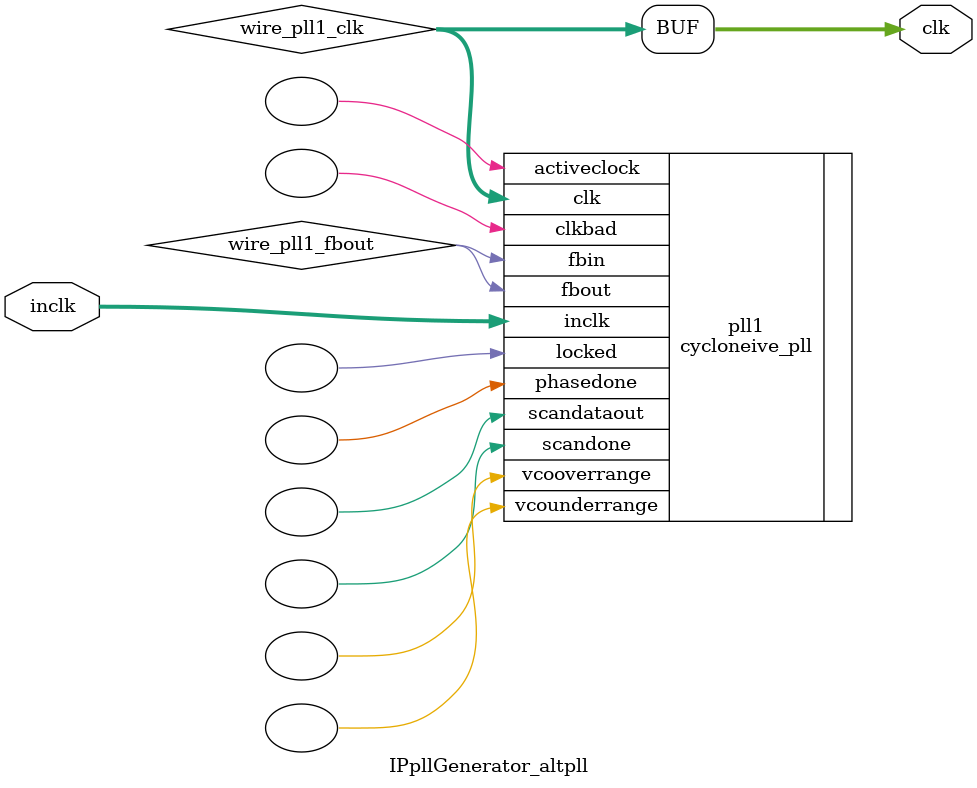
<source format=v>






//synthesis_resources = cycloneive_pll 1 
//synopsys translate_off
`timescale 1 ps / 1 ps
//synopsys translate_on
module  IPpllGenerator_altpll
	( 
	clk,
	inclk) /* synthesis synthesis_clearbox=1 */;
	output   [4:0]  clk;
	input   [1:0]  inclk;
`ifndef ALTERA_RESERVED_QIS
// synopsys translate_off
`endif
	tri0   [1:0]  inclk;
`ifndef ALTERA_RESERVED_QIS
// synopsys translate_on
`endif

	wire  [4:0]   wire_pll1_clk;
	wire  wire_pll1_fbout;

	cycloneive_pll   pll1
	( 
	.activeclock(),
	.clk(wire_pll1_clk),
	.clkbad(),
	.fbin(wire_pll1_fbout),
	.fbout(wire_pll1_fbout),
	.inclk(inclk),
	.locked(),
	.phasedone(),
	.scandataout(),
	.scandone(),
	.vcooverrange(),
	.vcounderrange()
	`ifndef FORMAL_VERIFICATION
	// synopsys translate_off
	`endif
	,
	.areset(1'b0),
	.clkswitch(1'b0),
	.configupdate(1'b0),
	.pfdena(1'b1),
	.phasecounterselect({3{1'b0}}),
	.phasestep(1'b0),
	.phaseupdown(1'b0),
	.scanclk(1'b0),
	.scanclkena(1'b1),
	.scandata(1'b0)
	`ifndef FORMAL_VERIFICATION
	// synopsys translate_on
	`endif
	);
	defparam
		pll1.bandwidth_type = "auto",
		pll1.clk0_divide_by = 50000000,
		pll1.clk0_duty_cycle = 50,
		pll1.clk0_multiply_by = 28636363,
		pll1.clk0_phase_shift = "0",
		pll1.compensate_clock = "clk0",
		pll1.inclk0_input_frequency = 20000,
		pll1.operation_mode = "normal",
		pll1.pll_type = "auto",
		pll1.lpm_type = "cycloneive_pll";
	assign
		clk = {wire_pll1_clk[4:0]};
endmodule //IPpllGenerator_altpll
//VALID FILE

</source>
